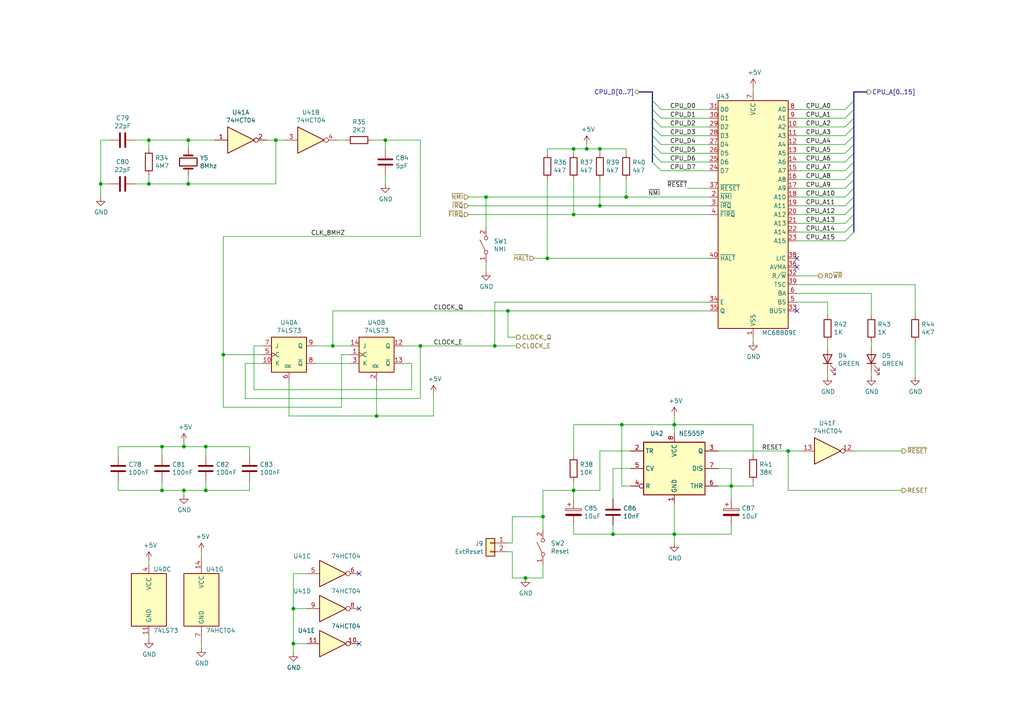
<source format=kicad_sch>
(kicad_sch (version 20211123) (generator eeschema)
  (paper "A4")
  (title_block (title "Y Ddraig Fechan") (company "Stephen Moody"))
  (lib_symbols
    (symbol "74xx:74HCT04"
      (property "Reference" "U" (at 0 1.27 0))
      (property "Value" "74HCT04" (at 0 -1.27 0))
      (symbol "74HCT04_1_0"
        (polyline (pts (xy -3.81 3.81) (xy -3.81 -3.81) (xy 3.81 0) (xy -3.81 3.81)) (stroke (width 0.254)) (fill (type background)))
        (pin input line (at -7.62 0 0) (length 3.81) (name "~") (number "1"))
        (pin output inverted (at 7.62 0 180) (length 3.81) (name "~") (number "2"))
      )
      (symbol "74HCT04_2_0"
        (polyline (pts (xy -3.81 3.81) (xy -3.81 -3.81) (xy 3.81 0) (xy -3.81 3.81)) (stroke (width 0.254)) (fill (type background)))
        (pin input line (at -7.62 0 0) (length 3.81) (name "~") (number "3"))
        (pin output inverted (at 7.62 0 180) (length 3.81) (name "~") (number "4"))
      )
      (symbol "74HCT04_3_0"
        (polyline (pts (xy -3.81 3.81) (xy -3.81 -3.81) (xy 3.81 0) (xy -3.81 3.81)) (stroke (width 0.254)) (fill (type background)))
        (pin input line (at -7.62 0 0) (length 3.81) (name "~") (number "5"))
        (pin output inverted (at 7.62 0 180) (length 3.81) (name "~") (number "6"))
      )
      (symbol "74HCT04_4_0"
        (polyline (pts (xy -3.81 3.81) (xy -3.81 -3.81) (xy 3.81 0) (xy -3.81 3.81)) (stroke (width 0.254)) (fill (type background)))
        (pin output inverted (at 7.62 0 180) (length 3.81) (name "~") (number "8"))
        (pin input line (at -7.62 0 0) (length 3.81) (name "~") (number "9"))
      )
      (symbol "74HCT04_5_0"
        (polyline (pts (xy -3.81 3.81) (xy -3.81 -3.81) (xy 3.81 0) (xy -3.81 3.81)) (stroke (width 0.254)) (fill (type background)))
        (pin output inverted (at 7.62 0 180) (length 3.81) (name "~") (number "10"))
        (pin input line (at -7.62 0 0) (length 3.81) (name "~") (number "11"))
      )
      (symbol "74HCT04_6_0"
        (polyline (pts (xy -3.81 3.81) (xy -3.81 -3.81) (xy 3.81 0) (xy -3.81 3.81)) (stroke (width 0.254)) (fill (type background)))
        (pin output inverted (at 7.62 0 180) (length 3.81) (name "~") (number "12"))
        (pin input line (at -7.62 0 0) (length 3.81) (name "~") (number "13"))
      )
      (symbol "74HCT04_7_0"
        (pin power_in line (at 0 12.7 270) (length 5.08) (name "VCC") (number "14"))
        (pin power_in line (at 0 -12.7 90) (length 5.08) (name "GND") (number "7"))
      )
      (symbol "74HCT04_7_1"
        (rectangle (start -5.08 7.62) (end 5.08 -7.62) (stroke (width 0.254)) (fill (type background)))
      )
    )
    (symbol "74xx:74LS73" (pin_names (offset 1.016))
      (property "Reference" "U" (at -7.62 8.89 0))
      (property "Value" "74LS73" (at -7.62 -8.89 0))
      (symbol "74LS73_1_0"
        (pin input line (at -7.62 -2.54 0) (length 2.54) (name "K") (number "10"))
        (pin input clock (at -7.62 0 0) (length 2.54) (name "C") (number "5"))
        (pin input line (at 0 -7.62 90) (length 2.54) (name "~{R}") (number "6"))
        (pin input line (at -7.62 2.54 0) (length 2.54) (name "J") (number "7"))
        (pin output line (at 7.62 -2.54 180) (length 2.54) (name "~{Q}") (number "8"))
        (pin output line (at 7.62 2.54 180) (length 2.54) (name "Q") (number "9"))
      )
      (symbol "74LS73_1_1"
        (rectangle (start -5.08 5.08) (end 5.08 -5.08) (stroke (width 0.254)) (fill (type background)))
      )
      (symbol "74LS73_2_0"
        (pin input clock (at -7.62 0 0) (length 2.54) (name "C") (number "1"))
        (pin output line (at 7.62 2.54 180) (length 2.54) (name "Q") (number "12"))
        (pin output line (at 7.62 -2.54 180) (length 2.54) (name "~{Q}") (number "13"))
        (pin input line (at -7.62 2.54 0) (length 2.54) (name "J") (number "14"))
        (pin input line (at 0 -7.62 90) (length 2.54) (name "~{R}") (number "2"))
        (pin input line (at -7.62 -2.54 0) (length 2.54) (name "K") (number "3"))
      )
      (symbol "74LS73_2_1"
        (rectangle (start -5.08 5.08) (end 5.08 -5.08) (stroke (width 0.254)) (fill (type background)))
      )
      (symbol "74LS73_3_0"
        (pin power_in line (at 0 -10.16 90) (length 2.54) (name "GND") (number "11"))
        (pin power_in line (at 0 10.16 270) (length 2.54) (name "VCC") (number "4"))
      )
      (symbol "74LS73_3_1"
        (rectangle (start -5.08 7.62) (end 5.08 -7.62) (stroke (width 0.254)) (fill (type background)))
      )
    )
    (symbol "CPU_NXP_6800:MC68B09E"
      (property "Reference" "U" (at -7.62 34.544 0))
      (property "Value" "MC68B09E" (at 10.16 34.544 0))
      (symbol "MC68B09E_0_1"
        (rectangle (start -10.16 -33.02) (end 10.16 33.02) (stroke (width 0.254)) (fill (type background)))
      )
      (symbol "MC68B09E_1_1"
        (pin power_in line (at 0 -35.56 90) (length 2.54) (name "VSS") (number "1"))
        (pin output line (at 12.7 25.4 180) (length 2.54) (name "A2") (number "10"))
        (pin output line (at 12.7 22.86 180) (length 2.54) (name "A3") (number "11"))
        (pin output line (at 12.7 20.32 180) (length 2.54) (name "A4") (number "12"))
        (pin output line (at 12.7 17.78 180) (length 2.54) (name "A5") (number "13"))
        (pin output line (at 12.7 15.24 180) (length 2.54) (name "A6") (number "14"))
        (pin output line (at 12.7 12.7 180) (length 2.54) (name "A7") (number "15"))
        (pin output line (at 12.7 10.16 180) (length 2.54) (name "A8") (number "16"))
        (pin output line (at 12.7 7.62 180) (length 2.54) (name "A9") (number "17"))
        (pin output line (at 12.7 5.08 180) (length 2.54) (name "A10") (number "18"))
        (pin output line (at 12.7 2.54 180) (length 2.54) (name "A11") (number "19"))
        (pin input line (at -12.7 5.08 0) (length 2.54) (name "~{NMI}") (number "2"))
        (pin output line (at 12.7 0 180) (length 2.54) (name "A12") (number "20"))
        (pin output line (at 12.7 -2.54 180) (length 2.54) (name "A13") (number "21"))
        (pin output line (at 12.7 -5.08 180) (length 2.54) (name "A14") (number "22"))
        (pin output line (at 12.7 -7.62 180) (length 2.54) (name "A15") (number "23"))
        (pin bidirectional line (at -12.7 12.7 0) (length 2.54) (name "D7") (number "24"))
        (pin bidirectional line (at -12.7 15.24 0) (length 2.54) (name "D6") (number "25"))
        (pin bidirectional line (at -12.7 17.78 0) (length 2.54) (name "D5") (number "26"))
        (pin bidirectional line (at -12.7 20.32 0) (length 2.54) (name "D4") (number "27"))
        (pin bidirectional line (at -12.7 22.86 0) (length 2.54) (name "D3") (number "28"))
        (pin bidirectional line (at -12.7 25.4 0) (length 2.54) (name "D2") (number "29"))
        (pin input line (at -12.7 2.54 0) (length 2.54) (name "~{IRQ}") (number "3"))
        (pin bidirectional line (at -12.7 27.94 0) (length 2.54) (name "D1") (number "30"))
        (pin bidirectional line (at -12.7 30.48 0) (length 2.54) (name "D0") (number "31"))
        (pin output line (at 12.7 -17.78 180) (length 2.54) (name "R/~{W}") (number "32"))
        (pin output line (at 12.7 -27.94 180) (length 2.54) (name "BUSY") (number "33"))
        (pin input line (at -12.7 -25.4 0) (length 2.54) (name "E") (number "34"))
        (pin input line (at -12.7 -27.94 0) (length 2.54) (name "Q") (number "35"))
        (pin output line (at 12.7 -15.24 180) (length 2.54) (name "AVMA") (number "36"))
        (pin input line (at -12.7 7.62 0) (length 2.54) (name "~{RESET}") (number "37"))
        (pin output line (at 12.7 -12.7 180) (length 2.54) (name "LIC") (number "38"))
        (pin output line (at 12.7 -20.32 180) (length 2.54) (name "TSC") (number "39"))
        (pin input line (at -12.7 0 0) (length 2.54) (name "~{FIRQ}") (number "4"))
        (pin input line (at -12.7 -12.7 0) (length 2.54) (name "~{HALT}") (number "40"))
        (pin output line (at 12.7 -25.4 180) (length 2.54) (name "BS") (number "5"))
        (pin output line (at 12.7 -22.86 180) (length 2.54) (name "BA") (number "6"))
        (pin power_in line (at 0 35.56 270) (length 2.54) (name "VCC") (number "7"))
        (pin output line (at 12.7 30.48 180) (length 2.54) (name "A0") (number "8"))
        (pin output line (at 12.7 27.94 180) (length 2.54) (name "A1") (number "9"))
      )
    )
    (symbol "Connector_Generic:Conn_01x02" (pin_names (offset 1.016) hide)
      (property "Reference" "J" (at 0 2.54 0))
      (property "Value" "Conn_01x02" (at 0 -5.08 0))
      (symbol "Conn_01x02_1_1"
        (rectangle (start -1.27 -2.413) (end 0 -2.667) (stroke (width 0.1524)))
        (rectangle (start -1.27 0.127) (end 0 -0.127) (stroke (width 0.1524)))
        (rectangle (start -1.27 1.27) (end 1.27 -3.81) (stroke (width 0.254)) (fill (type background)))
        (pin passive line (at -5.08 0 0) (length 3.81) (name "Pin_1") (number "1"))
        (pin passive line (at -5.08 -2.54 0) (length 3.81) (name "Pin_2") (number "2"))
      )
    )
    (symbol "Device:C" (pin_numbers hide) (pin_names (offset 0.254))
      (property "Reference" "C" (at 0.635 2.54 0))
      (property "Value" "C" (at 0.635 -2.54 0))
      (symbol "C_0_1"
        (polyline (pts (xy -2.032 -0.762) (xy 2.032 -0.762)) (stroke (width 0.508)))
        (polyline (pts (xy -2.032 0.762) (xy 2.032 0.762)) (stroke (width 0.508)))
      )
      (symbol "C_1_1"
        (pin passive line (at 0 3.81 270) (length 2.794) (name "~") (number "1"))
        (pin passive line (at 0 -3.81 90) (length 2.794) (name "~") (number "2"))
      )
    )
    (symbol "Device:C_Polarized" (pin_numbers hide) (pin_names (offset 0.254))
      (property "Reference" "C" (at 0.635 2.54 0))
      (property "Value" "C_Polarized" (at 0.635 -2.54 0))
      (symbol "C_Polarized_0_1"
        (rectangle (start -2.286 0.508) (end 2.286 1.016))
        (polyline (pts (xy -1.778 2.286) (xy -0.762 2.286)))
        (polyline (pts (xy -1.27 2.794) (xy -1.27 1.778)))
        (rectangle (start 2.286 -0.508) (end -2.286 -1.016) (fill (type outline)))
      )
      (symbol "C_Polarized_1_1"
        (pin passive line (at 0 3.81 270) (length 2.794) (name "~") (number "1"))
        (pin passive line (at 0 -3.81 90) (length 2.794) (name "~") (number "2"))
      )
    )
    (symbol "Device:Crystal" (pin_numbers hide) (pin_names (offset 1.016) hide)
      (property "Reference" "Y" (at 0 3.81 0))
      (property "Value" "Crystal" (at 0 -3.81 0))
      (symbol "Crystal_0_1"
        (rectangle (start -1.143 2.54) (end 1.143 -2.54) (stroke (width 0.3048)))
        (polyline (pts (xy -2.54 0) (xy -1.905 0)))
        (polyline (pts (xy -1.905 -1.27) (xy -1.905 1.27)) (stroke (width 0.508)))
        (polyline (pts (xy 1.905 -1.27) (xy 1.905 1.27)) (stroke (width 0.508)))
        (polyline (pts (xy 2.54 0) (xy 1.905 0)))
      )
      (symbol "Crystal_1_1"
        (pin passive line (at -3.81 0 0) (length 1.27) (name "1") (number "1"))
        (pin passive line (at 3.81 0 180) (length 1.27) (name "2") (number "2"))
      )
    )
    (symbol "Device:LED" (pin_numbers hide) (pin_names (offset 1.016) hide)
      (property "Reference" "D" (at 0 2.54 0))
      (property "Value" "LED" (at 0 -2.54 0))
      (symbol "LED_0_1"
        (polyline (pts (xy -1.27 -1.27) (xy -1.27 1.27)) (stroke (width 0.254)))
        (polyline (pts (xy -1.27 0) (xy 1.27 0)))
        (polyline (pts (xy 1.27 -1.27) (xy 1.27 1.27) (xy -1.27 0) (xy 1.27 -1.27)) (stroke (width 0.254)))
        (polyline (pts (xy -3.048 -0.762) (xy -4.572 -2.286) (xy -3.81 -2.286) (xy -4.572 -2.286) (xy -4.572 -1.524)))
        (polyline (pts (xy -1.778 -0.762) (xy -3.302 -2.286) (xy -2.54 -2.286) (xy -3.302 -2.286) (xy -3.302 -1.524)))
      )
      (symbol "LED_1_1"
        (pin passive line (at -3.81 0 0) (length 2.54) (name "K") (number "1"))
        (pin passive line (at 3.81 0 180) (length 2.54) (name "A") (number "2"))
      )
    )
    (symbol "Device:R" (pin_numbers hide) (pin_names (offset 0))
      (property "Reference" "R" (at 2.032 0 90))
      (property "Value" "R" (at 0 0 90))
      (symbol "R_0_1"
        (rectangle (start -1.016 -2.54) (end 1.016 2.54) (stroke (width 0.254)))
      )
      (symbol "R_1_1"
        (pin passive line (at 0 3.81 270) (length 1.27) (name "~") (number "1"))
        (pin passive line (at 0 -3.81 90) (length 1.27) (name "~") (number "2"))
      )
    )
    (symbol "Switch:SW_SPST" (pin_names (offset 0) hide)
      (property "Reference" "SW" (at 0 3.175 0))
      (property "Value" "SW_SPST" (at 0 -2.54 0))
      (symbol "SW_SPST_0_0"
        (circle (center -2.032 0) (radius 0.508))
        (polyline (pts (xy -1.524 0.254) (xy 1.524 1.778)))
        (circle (center 2.032 0) (radius 0.508))
      )
      (symbol "SW_SPST_1_1"
        (pin passive line (at -5.08 0 0) (length 2.54) (name "A") (number "1"))
        (pin passive line (at 5.08 0 180) (length 2.54) (name "B") (number "2"))
      )
    )
    (symbol "Timer:NE555P"
      (property "Reference" "U" (at -10.16 8.89 0))
      (property "Value" "NE555P" (at 2.54 8.89 0))
      (symbol "NE555P_0_0"
        (pin power_in line (at 0 -10.16 90) (length 2.54) (name "GND") (number "1"))
        (pin power_in line (at 0 10.16 270) (length 2.54) (name "VCC") (number "8"))
      )
      (symbol "NE555P_0_1"
        (rectangle (start -8.89 -7.62) (end 8.89 7.62) (stroke (width 0.254)) (fill (type background)))
        (rectangle (start -8.89 -7.62) (end 8.89 7.62) (stroke (width 0.254)) (fill (type background)))
      )
      (symbol "NE555P_1_1"
        (pin input line (at -12.7 5.08 0) (length 3.81) (name "TR") (number "2"))
        (pin output line (at 12.7 5.08 180) (length 3.81) (name "Q") (number "3"))
        (pin input inverted (at -12.7 -5.08 0) (length 3.81) (name "R") (number "4"))
        (pin input line (at -12.7 0 0) (length 3.81) (name "CV") (number "5"))
        (pin input line (at 12.7 -5.08 180) (length 3.81) (name "THR") (number "6"))
        (pin input line (at 12.7 0 180) (length 3.81) (name "DIS") (number "7"))
      )
    )
    (symbol "power:+5V" (power) (pin_names (offset 0))
      (property "Value" "+5V" (at 0 3.556 0))
      (symbol "+5V_0_1"
        (polyline (pts (xy -0.762 1.27) (xy 0 2.54)))
        (polyline (pts (xy 0 0) (xy 0 2.54)))
        (polyline (pts (xy 0 2.54) (xy 0.762 1.27)))
      )
      (symbol "+5V_1_1"
        (pin power_in line (at 0 0 90) (length 0) hide (name "+5V") (number "1"))
      )
    )
    (symbol "power:GND" (power) (pin_names (offset 0))
      (property "Value" "GND" (at 0 -3.81 0))
      (symbol "GND_0_1"
        (polyline (pts (xy 0 0) (xy 0 -1.27) (xy 1.27 -1.27) (xy 0 -2.54) (xy -1.27 -1.27) (xy 0 -1.27)))
      )
      (symbol "GND_1_1"
        (pin power_in line (at 0 0 270) (length 0) hide (name "GND") (number "1"))
      )
    )
  )
  (junction (at 121.92 100.33))
  (junction (at 111.76 40.64))
  (junction (at 166.37 43.18))
  (junction (at 143.51 100.33))
  (junction (at 53.34 142.24))
  (junction (at 96.52 100.33))
  (junction (at 181.61 57.15))
  (junction (at 173.99 43.18))
  (junction (at 166.37 62.23))
  (junction (at 152.4 167.64))
  (junction (at 173.99 59.69))
  (junction (at 147.32 90.17))
  (junction (at 166.37 142.24))
  (junction (at 85.09 186.69))
  (junction (at 80.01 40.64))
  (junction (at 54.61 40.64))
  (junction (at 29.21 53.34))
  (junction (at 140.97 57.15))
  (junction (at 158.75 74.93))
  (junction (at 109.22 120.65))
  (junction (at 228.6 130.81))
  (junction (at 212.09 140.97))
  (junction (at 43.18 40.64))
  (junction (at 177.8 154.94))
  (junction (at 180.34 123.19))
  (junction (at 157.48 149.86))
  (junction (at 85.09 176.53))
  (junction (at 59.69 129.54))
  (junction (at 170.18 43.18))
  (junction (at 53.34 129.54))
  (junction (at 195.58 154.94))
  (junction (at 54.61 53.34))
  (junction (at 46.99 142.24))
  (junction (at 46.99 129.54))
  (junction (at 195.58 123.19))
  (junction (at 59.69 142.24))
  (junction (at 43.18 53.34))
  (junction (at 64.77 102.87))
  (no_connect (at 104.14 166.37))
  (no_connect (at 231.14 77.47))
  (no_connect (at 231.14 74.93))
  (no_connect (at 104.14 176.53))
  (no_connect (at 104.14 186.69))
  (no_connect (at 231.14 90.17))
  (bus_entry (at 189.23 31.75) (size 2.54 2.54))
  (bus_entry (at 247.65 46.99) (size -2.54 2.54))
  (bus_entry (at 189.23 39.37) (size 2.54 2.54))
  (bus_entry (at 247.65 64.77) (size -2.54 2.54))
  (bus_entry (at 247.65 34.29) (size -2.54 2.54))
  (bus_entry (at 247.65 44.45) (size -2.54 2.54))
  (bus_entry (at 247.65 52.07) (size -2.54 2.54))
  (bus_entry (at 247.65 59.69) (size -2.54 2.54))
  (bus_entry (at 247.65 36.83) (size -2.54 2.54))
  (bus_entry (at 189.23 36.83) (size 2.54 2.54))
  (bus_entry (at 247.65 41.91) (size -2.54 2.54))
  (bus_entry (at 189.23 29.21) (size 2.54 2.54))
  (bus_entry (at 247.65 67.31) (size -2.54 2.54))
  (bus_entry (at 189.23 46.99) (size 2.54 2.54))
  (bus_entry (at 247.65 54.61) (size -2.54 2.54))
  (bus_entry (at 247.65 39.37) (size -2.54 2.54))
  (bus_entry (at 247.65 62.23) (size -2.54 2.54))
  (bus_entry (at 247.65 49.53) (size -2.54 2.54))
  (bus_entry (at 247.65 29.21) (size -2.54 2.54))
  (bus_entry (at 247.65 57.15) (size -2.54 2.54))
  (bus_entry (at 189.23 34.29) (size 2.54 2.54))
  (bus_entry (at 189.23 44.45) (size 2.54 2.54))
  (bus_entry (at 189.23 41.91) (size 2.54 2.54))
  (bus_entry (at 247.65 31.75) (size -2.54 2.54))
  (wire (pts (xy 101.6 105.41) (xy 91.44 105.41)))
  (wire (pts (xy 109.22 110.49) (xy 109.22 120.65)))
  (wire (pts (xy 231.14 80.01) (xy 237.49 80.01)))
  (bus (pts (xy 247.65 39.37) (xy 247.65 41.91)))
  (wire (pts (xy 177.8 152.4) (xy 177.8 154.94)))
  (wire (pts (xy 58.42 160.02) (xy 58.42 161.29)))
  (wire (pts (xy 252.73 109.22) (xy 252.73 107.95)))
  (wire (pts (xy 158.75 43.18) (xy 158.75 44.45)))
  (wire (pts (xy 111.76 50.8) (xy 111.76 53.34)))
  (wire (pts (xy 228.6 130.81) (xy 232.41 130.81)))
  (wire (pts (xy 166.37 142.24) (xy 157.48 142.24)))
  (wire (pts (xy 121.92 115.57) (xy 71.12 115.57)))
  (wire (pts (xy 59.69 139.7) (xy 59.69 142.24)))
  (wire (pts (xy 199.39 54.61) (xy 205.74 54.61)))
  (wire (pts (xy 218.44 140.97) (xy 218.44 139.7)))
  (wire (pts (xy 149.86 97.79) (xy 147.32 97.79)))
  (wire (pts (xy 166.37 123.19) (xy 166.37 132.08)))
  (wire (pts (xy 125.73 120.65) (xy 125.73 114.3)))
  (wire (pts (xy 34.29 139.7) (xy 34.29 142.24)))
  (wire (pts (xy 119.38 113.03) (xy 73.66 113.03)))
  (bus (pts (xy 189.23 31.75) (xy 189.23 34.29)))
  (wire (pts (xy 252.73 100.33) (xy 252.73 99.06)))
  (bus (pts (xy 247.65 54.61) (xy 247.65 57.15)))
  (wire (pts (xy 195.58 154.94) (xy 212.09 154.94)))
  (wire (pts (xy 43.18 43.18) (xy 43.18 40.64)))
  (wire (pts (xy 85.09 166.37) (xy 88.9 166.37)))
  (wire (pts (xy 119.38 105.41) (xy 119.38 113.03)))
  (wire (pts (xy 73.66 100.33) (xy 73.66 113.03)))
  (bus (pts (xy 189.23 26.67) (xy 189.23 29.21)))
  (wire (pts (xy 218.44 25.4) (xy 218.44 26.67)))
  (wire (pts (xy 170.18 43.18) (xy 166.37 43.18)))
  (wire (pts (xy 218.44 97.79) (xy 218.44 99.06)))
  (bus (pts (xy 247.65 36.83) (xy 247.65 39.37)))
  (wire (pts (xy 54.61 53.34) (xy 54.61 50.8)))
  (wire (pts (xy 195.58 123.19) (xy 218.44 123.19)))
  (bus (pts (xy 247.65 41.91) (xy 247.65 44.45)))
  (wire (pts (xy 158.75 52.07) (xy 158.75 74.93)))
  (wire (pts (xy 195.58 120.65) (xy 195.58 123.19)))
  (wire (pts (xy 182.88 140.97) (xy 180.34 140.97)))
  (wire (pts (xy 180.34 123.19) (xy 195.58 123.19)))
  (wire (pts (xy 173.99 59.69) (xy 135.89 59.69)))
  (wire (pts (xy 191.77 31.75) (xy 205.74 31.75)))
  (wire (pts (xy 53.34 142.24) (xy 59.69 142.24)))
  (wire (pts (xy 43.18 162.56) (xy 43.18 163.83)))
  (bus (pts (xy 247.65 26.67) (xy 247.65 29.21)))
  (wire (pts (xy 252.73 91.44) (xy 252.73 85.09)))
  (wire (pts (xy 54.61 53.34) (xy 80.01 53.34)))
  (bus (pts (xy 247.65 59.69) (xy 247.65 62.23)))
  (wire (pts (xy 180.34 140.97) (xy 180.34 123.19)))
  (wire (pts (xy 245.11 57.15) (xy 231.14 57.15)))
  (wire (pts (xy 245.11 67.31) (xy 231.14 67.31)))
  (wire (pts (xy 43.18 184.15) (xy 43.18 185.42)))
  (wire (pts (xy 166.37 123.19) (xy 180.34 123.19)))
  (wire (pts (xy 240.03 91.44) (xy 240.03 87.63)))
  (wire (pts (xy 182.88 135.89) (xy 177.8 135.89)))
  (wire (pts (xy 71.12 105.41) (xy 76.2 105.41)))
  (wire (pts (xy 99.06 118.11) (xy 99.06 102.87)))
  (wire (pts (xy 99.06 102.87) (xy 101.6 102.87)))
  (bus (pts (xy 247.65 31.75) (xy 247.65 34.29)))
  (wire (pts (xy 212.09 135.89) (xy 212.09 140.97)))
  (wire (pts (xy 157.48 142.24) (xy 157.48 149.86)))
  (wire (pts (xy 34.29 142.24) (xy 46.99 142.24)))
  (wire (pts (xy 205.74 74.93) (xy 158.75 74.93)))
  (wire (pts (xy 149.86 100.33) (xy 143.51 100.33)))
  (wire (pts (xy 64.77 118.11) (xy 99.06 118.11)))
  (wire (pts (xy 46.99 142.24) (xy 53.34 142.24)))
  (wire (pts (xy 34.29 129.54) (xy 46.99 129.54)))
  (wire (pts (xy 191.77 34.29) (xy 205.74 34.29)))
  (wire (pts (xy 88.9 186.69) (xy 85.09 186.69)))
  (wire (pts (xy 121.92 100.33) (xy 143.51 100.33)))
  (wire (pts (xy 191.77 39.37) (xy 205.74 39.37)))
  (wire (pts (xy 91.44 100.33) (xy 96.52 100.33)))
  (wire (pts (xy 46.99 129.54) (xy 53.34 129.54)))
  (bus (pts (xy 247.65 44.45) (xy 247.65 46.99)))
  (wire (pts (xy 191.77 44.45) (xy 205.74 44.45)))
  (wire (pts (xy 85.09 189.23) (xy 85.09 186.69)))
  (wire (pts (xy 97.79 40.64) (xy 100.33 40.64)))
  (wire (pts (xy 148.59 167.64) (xy 152.4 167.64)))
  (wire (pts (xy 116.84 100.33) (xy 121.92 100.33)))
  (wire (pts (xy 245.11 41.91) (xy 231.14 41.91)))
  (wire (pts (xy 177.8 154.94) (xy 166.37 154.94)))
  (wire (pts (xy 231.14 87.63) (xy 240.03 87.63)))
  (wire (pts (xy 72.39 142.24) (xy 72.39 139.7)))
  (wire (pts (xy 58.42 186.69) (xy 58.42 187.96)))
  (wire (pts (xy 252.73 85.09) (xy 231.14 85.09)))
  (bus (pts (xy 247.65 46.99) (xy 247.65 49.53)))
  (wire (pts (xy 245.11 46.99) (xy 231.14 46.99)))
  (wire (pts (xy 39.37 53.34) (xy 43.18 53.34)))
  (wire (pts (xy 181.61 57.15) (xy 181.61 52.07)))
  (wire (pts (xy 205.74 59.69) (xy 173.99 59.69)))
  (wire (pts (xy 231.14 54.61) (xy 245.11 54.61)))
  (wire (pts (xy 228.6 142.24) (xy 228.6 130.81)))
  (wire (pts (xy 212.09 140.97) (xy 218.44 140.97)))
  (bus (pts (xy 189.23 29.21) (xy 189.23 31.75)))
  (wire (pts (xy 195.58 123.19) (xy 195.58 125.73)))
  (wire (pts (xy 181.61 43.18) (xy 173.99 43.18)))
  (bus (pts (xy 247.65 57.15) (xy 247.65 59.69)))
  (wire (pts (xy 147.32 97.79) (xy 147.32 90.17)))
  (wire (pts (xy 245.11 36.83) (xy 231.14 36.83)))
  (wire (pts (xy 208.28 135.89) (xy 212.09 135.89)))
  (bus (pts (xy 189.23 41.91) (xy 189.23 44.45)))
  (wire (pts (xy 208.28 140.97) (xy 212.09 140.97)))
  (wire (pts (xy 59.69 142.24) (xy 72.39 142.24)))
  (wire (pts (xy 166.37 43.18) (xy 158.75 43.18)))
  (bus (pts (xy 189.23 36.83) (xy 189.23 39.37)))
  (wire (pts (xy 245.11 52.07) (xy 231.14 52.07)))
  (wire (pts (xy 166.37 142.24) (xy 166.37 144.78)))
  (wire (pts (xy 76.2 102.87) (xy 64.77 102.87)))
  (wire (pts (xy 173.99 59.69) (xy 173.99 52.07)))
  (bus (pts (xy 189.23 34.29) (xy 189.23 36.83)))
  (wire (pts (xy 240.03 109.22) (xy 240.03 107.95)))
  (wire (pts (xy 191.77 41.91) (xy 205.74 41.91)))
  (wire (pts (xy 121.92 40.64) (xy 121.92 68.58)))
  (wire (pts (xy 72.39 129.54) (xy 72.39 132.08)))
  (wire (pts (xy 147.32 160.02) (xy 148.59 160.02)))
  (wire (pts (xy 96.52 90.17) (xy 147.32 90.17)))
  (wire (pts (xy 265.43 91.44) (xy 265.43 82.55)))
  (wire (pts (xy 121.92 100.33) (xy 121.92 115.57)))
  (wire (pts (xy 173.99 44.45) (xy 173.99 43.18)))
  (wire (pts (xy 173.99 142.24) (xy 166.37 142.24)))
  (wire (pts (xy 96.52 90.17) (xy 96.52 100.33)))
  (wire (pts (xy 166.37 154.94) (xy 166.37 152.4)))
  (wire (pts (xy 245.11 49.53) (xy 231.14 49.53)))
  (bus (pts (xy 189.23 44.45) (xy 189.23 46.99)))
  (wire (pts (xy 43.18 50.8) (xy 43.18 53.34)))
  (wire (pts (xy 59.69 129.54) (xy 72.39 129.54)))
  (wire (pts (xy 83.82 120.65) (xy 83.82 110.49)))
  (wire (pts (xy 157.48 167.64) (xy 152.4 167.64)))
  (wire (pts (xy 208.28 130.81) (xy 228.6 130.81)))
  (wire (pts (xy 54.61 40.64) (xy 62.23 40.64)))
  (wire (pts (xy 29.21 40.64) (xy 31.75 40.64)))
  (bus (pts (xy 189.23 39.37) (xy 189.23 41.91)))
  (wire (pts (xy 148.59 149.86) (xy 157.48 149.86)))
  (wire (pts (xy 46.99 139.7) (xy 46.99 142.24)))
  (wire (pts (xy 109.22 120.65) (xy 83.82 120.65)))
  (wire (pts (xy 59.69 132.08) (xy 59.69 129.54)))
  (wire (pts (xy 173.99 43.18) (xy 170.18 43.18)))
  (wire (pts (xy 43.18 40.64) (xy 54.61 40.64)))
  (wire (pts (xy 195.58 154.94) (xy 195.58 157.48)))
  (wire (pts (xy 53.34 129.54) (xy 59.69 129.54)))
  (wire (pts (xy 140.97 57.15) (xy 135.89 57.15)))
  (wire (pts (xy 143.51 100.33) (xy 143.51 87.63)))
  (wire (pts (xy 111.76 40.64) (xy 121.92 40.64)))
  (wire (pts (xy 205.74 62.23) (xy 166.37 62.23)))
  (wire (pts (xy 147.32 90.17) (xy 205.74 90.17)))
  (wire (pts (xy 121.92 68.58) (xy 64.77 68.58)))
  (wire (pts (xy 170.18 41.91) (xy 170.18 43.18)))
  (wire (pts (xy 173.99 130.81) (xy 173.99 142.24)))
  (wire (pts (xy 157.48 163.83) (xy 157.48 167.64)))
  (wire (pts (xy 182.88 130.81) (xy 173.99 130.81)))
  (wire (pts (xy 177.8 135.89) (xy 177.8 144.78)))
  (wire (pts (xy 116.84 105.41) (xy 119.38 105.41)))
  (wire (pts (xy 46.99 132.08) (xy 46.99 129.54)))
  (wire (pts (xy 80.01 40.64) (xy 82.55 40.64)))
  (wire (pts (xy 31.75 53.34) (xy 29.21 53.34)))
  (bus (pts (xy 247.65 62.23) (xy 247.65 64.77)))
  (wire (pts (xy 148.59 160.02) (xy 148.59 167.64)))
  (wire (pts (xy 64.77 102.87) (xy 64.77 118.11)))
  (wire (pts (xy 205.74 57.15) (xy 181.61 57.15)))
  (wire (pts (xy 245.11 69.85) (xy 231.14 69.85)))
  (wire (pts (xy 54.61 43.18) (xy 54.61 40.64)))
  (wire (pts (xy 80.01 53.34) (xy 80.01 40.64)))
  (wire (pts (xy 231.14 34.29) (xy 245.11 34.29)))
  (wire (pts (xy 157.48 153.67) (xy 157.48 149.86)))
  (wire (pts (xy 96.52 100.33) (xy 101.6 100.33)))
  (wire (pts (xy 158.75 74.93) (xy 154.94 74.93)))
  (wire (pts (xy 29.21 57.15) (xy 29.21 53.34)))
  (wire (pts (xy 73.66 100.33) (xy 76.2 100.33)))
  (wire (pts (xy 71.12 115.57) (xy 71.12 105.41)))
  (wire (pts (xy 231.14 64.77) (xy 245.11 64.77)))
  (wire (pts (xy 135.89 62.23) (xy 166.37 62.23)))
  (wire (pts (xy 85.09 186.69) (xy 85.09 176.53)))
  (wire (pts (xy 39.37 40.64) (xy 43.18 40.64)))
  (bus (pts (xy 251.46 26.67) (xy 247.65 26.67)))
  (wire (pts (xy 212.09 154.94) (xy 212.09 152.4)))
  (wire (pts (xy 166.37 62.23) (xy 166.37 52.07)))
  (wire (pts (xy 43.18 53.34) (xy 54.61 53.34)))
  (wire (pts (xy 231.14 39.37) (xy 245.11 39.37)))
  (wire (pts (xy 212.09 140.97) (xy 212.09 144.78)))
  (wire (pts (xy 245.11 62.23) (xy 231.14 62.23)))
  (wire (pts (xy 53.34 143.51) (xy 53.34 142.24)))
  (wire (pts (xy 231.14 82.55) (xy 265.43 82.55)))
  (wire (pts (xy 111.76 43.18) (xy 111.76 40.64)))
  (wire (pts (xy 29.21 40.64) (xy 29.21 53.34)))
  (wire (pts (xy 231.14 59.69) (xy 245.11 59.69)))
  (wire (pts (xy 166.37 139.7) (xy 166.37 142.24)))
  (wire (pts (xy 166.37 44.45) (xy 166.37 43.18)))
  (wire (pts (xy 195.58 154.94) (xy 195.58 146.05)))
  (wire (pts (xy 107.95 40.64) (xy 111.76 40.64)))
  (wire (pts (xy 240.03 100.33) (xy 240.03 99.06)))
  (wire (pts (xy 88.9 176.53) (xy 85.09 176.53)))
  (wire (pts (xy 140.97 78.74) (xy 140.97 76.2)))
  (wire (pts (xy 53.34 128.27) (xy 53.34 129.54)))
  (wire (pts (xy 218.44 123.19) (xy 218.44 132.08)))
  (wire (pts (xy 265.43 109.22) (xy 265.43 99.06)))
  (wire (pts (xy 64.77 68.58) (xy 64.77 102.87)))
  (bus (pts (xy 247.65 29.21) (xy 247.65 31.75)))
  (wire (pts (xy 147.32 157.48) (xy 148.59 157.48)))
  (wire (pts (xy 191.77 46.99) (xy 205.74 46.99)))
  (wire (pts (xy 228.6 142.24) (xy 261.62 142.24)))
  (wire (pts (xy 191.77 49.53) (xy 205.74 49.53)))
  (wire (pts (xy 77.47 40.64) (xy 80.01 40.64)))
  (bus (pts (xy 247.65 52.07) (xy 247.65 54.61)))
  (wire (pts (xy 143.51 87.63) (xy 205.74 87.63)))
  (wire (pts (xy 140.97 66.04) (xy 140.97 57.15)))
  (wire (pts (xy 177.8 154.94) (xy 195.58 154.94)))
  (bus (pts (xy 247.65 49.53) (xy 247.65 52.07)))
  (bus (pts (xy 247.65 34.29) (xy 247.65 36.83)))
  (wire (pts (xy 85.09 176.53) (xy 85.09 166.37)))
  (wire (pts (xy 247.65 130.81) (xy 261.62 130.81)))
  (wire (pts (xy 231.14 44.45) (xy 245.11 44.45)))
  (wire (pts (xy 148.59 157.48) (xy 148.59 149.86)))
  (bus (pts (xy 247.65 64.77) (xy 247.65 67.31)))
  (wire (pts (xy 109.22 120.65) (xy 125.73 120.65)))
  (bus (pts (xy 189.23 26.67) (xy 185.42 26.67)))
  (wire (pts (xy 140.97 57.15) (xy 181.61 57.15)))
  (wire (pts (xy 231.14 31.75) (xy 245.11 31.75)))
  (wire (pts (xy 191.77 36.83) (xy 205.74 36.83)))
  (wire (pts (xy 181.61 44.45) (xy 181.61 43.18)))
  (wire (pts (xy 34.29 132.08) (xy 34.29 129.54)))
  (label "CPU_D4" (at 194.31 41.91 0))
  (label "CPU_A6" (at 233.68 46.99 0))
  (label "CPU_D3" (at 194.31 39.37 0))
  (label "CLOCK_E" (at 125.73 100.33 0))
  (label "CPU_A15" (at 233.68 69.85 0))
  (label "CPU_A0" (at 233.68 31.75 0))
  (label "CPU_D0" (at 194.31 31.75 0))
  (label "CLOCK_Q" (at 125.73 90.17 0))
  (label "CPU_D2" (at 194.31 36.83 0))
  (label "CPU_A2" (at 233.68 36.83 0))
  (label "~{RESET}" (at 199.39 54.61 180))
  (label "CPU_A7" (at 233.68 49.53 0))
  (label "CPU_A13" (at 233.68 64.77 0))
  (label "CPU_A1" (at 233.68 34.29 0))
  (label "CPU_A12" (at 233.68 62.23 0))
  (label "RESET" (at 220.98 130.81 0))
  (label "CPU_A9" (at 233.68 54.61 0))
  (label "CPU_A10" (at 233.68 57.15 0))
  (label "CPU_A14" (at 233.68 67.31 0))
  (label "CPU_D7" (at 194.31 49.53 0))
  (label "CPU_A11" (at 233.68 59.69 0))
  (label "~{NMI}" (at 187.96 57.15 0))
  (label "CPU_A3" (at 233.68 39.37 0))
  (label "CPU_A8" (at 233.68 52.07 0))
  (label "CPU_A4" (at 233.68 41.91 0))
  (label "CPU_D6" (at 194.31 46.99 0))
  (label "CPU_D1" (at 194.31 34.29 0))
  (label "CLK_8MHZ" (at 90.17 68.58 0))
  (label "CPU_A5" (at 233.68 44.45 0))
  (label "CPU_D5" (at 194.31 44.45 0))
  (hierarchical_label "CLOCK_Q" (shape output) (at 149.86 97.79 0))
  (hierarchical_label "RESET" (shape output) (at 261.62 142.24 0))
  (hierarchical_label "~{NMI}" (shape input) (at 135.89 57.15 180))
  (hierarchical_label "~{FIRQ}" (shape input) (at 135.89 62.23 180))
  (hierarchical_label "CPU_A[0..15]" (shape output) (at 251.46 26.67 0))
  (hierarchical_label "~{HALT}" (shape input) (at 154.94 74.93 180))
  (hierarchical_label "~{RESET}" (shape output) (at 261.62 130.81 0))
  (hierarchical_label "CPU_D[0..7]" (shape bidirectional) (at 185.42 26.67 180))
  (hierarchical_label "CLOCK_E" (shape output) (at 149.86 100.33 0))
  (hierarchical_label "~{IRQ}" (shape input) (at 135.89 59.69 180))
  (hierarchical_label "RD~{WR}" (shape output) (at 237.49 80.01 0))
  (symbol (lib_id "CPU_NXP_6800:MC68B09E") (at 218.44 62.23 0) (unit 1)
    (property "Reference" "U43" (at 209.55 27.94 0))
    (property "Value" "MC68B09E" (at 226.06 96.52 0))
    (property "Footprint" "Package_DIP:DIP-40_W15.24mm_Socket" (effects hide))
    (property "Datasheet" "http://pdf.datasheetcatalog.com/datasheet/motorola/MC68B09S.pdf" (effects hide))
  )
  (symbol (lib_id "74xx:74LS73") (at 109.22 102.87 0) (unit 2)
    (property "Reference" "U40" (at 109.22 93.5482 0))
    (property "Value" "74LS73" (at 109.22 95.8596 0))
    (property "Footprint" "Package_DIP:DIP-14_W7.62mm_Socket" (effects hide))
    (property "Datasheet" "http://www.ti.com/lit/gpn/sn74LS73" (effects hide))
  )
  (symbol (lib_id "74xx:74LS73") (at 83.82 102.87 0) (unit 1)
    (property "Reference" "U40" (at 83.82 93.5482 0))
    (property "Value" "74LS73" (at 83.82 95.8596 0))
    (property "Footprint" "Package_DIP:DIP-14_W7.62mm_Socket" (effects hide))
    (property "Datasheet" "http://www.ti.com/lit/gpn/sn74LS73" (effects hide))
  )
  (symbol (lib_id "74xx:74LS73") (at 43.18 173.99 0) (unit 3)
    (property "Reference" "U40" (at 44.45 165.1 0) (effects (justify left)))
    (property "Value" "74LS73" (at 44.45 182.88 0) (effects (justify left)))
    (property "Footprint" "Package_DIP:DIP-14_W7.62mm_Socket" (effects hide))
    (property "Datasheet" "http://www.ti.com/lit/gpn/sn74LS73" (effects hide))
  )
  (symbol (lib_id "power:GND") (at 43.18 185.42 0) (unit 1)
    (property "Reference" "#PWR0164" (effects hide))
    (property "Value" "GND" (at 43.307 189.8142 0))
  )
  (symbol (lib_id "power:+5V") (at 43.18 162.56 0) (unit 1)
    (property "Reference" "#PWR0163" (effects hide))
    (property "Value" "+5V" (at 43.561 158.1658 0))
  )
  (symbol (lib_id "power:GND") (at 218.44 99.06 0) (unit 1)
    (property "Reference" "#PWR0178" (effects hide))
    (property "Value" "GND" (at 218.567 103.4542 0))
  )
  (symbol (lib_id "power:+5V") (at 218.44 25.4 0) (unit 1)
    (property "Reference" "#PWR0177" (effects hide))
    (property "Value" "+5V" (at 218.821 21.0058 0))
  )
  (symbol (lib_id "power:+5V") (at 125.73 114.3 0) (unit 1)
    (property "Reference" "#PWR0171" (effects hide))
    (property "Value" "+5V" (at 126.111 109.9058 0))
  )
  (symbol (lib_id "Timer:NE555P") (at 195.58 135.89 0) (unit 1)
    (property "Reference" "U42" (at 190.5 125.73 0))
    (property "Value" "NE555P" (at 200.66 125.73 0))
    (property "Footprint" "Package_DIP:DIP-8_W7.62mm_Socket" (effects hide))
    (property "Datasheet" "http://www.ti.com/lit/ds/symlink/ne555.pdf" (effects hide))
  )
  (symbol (lib_id "Connector_Generic:Conn_01x02") (at 142.24 157.48 0) (mirror y) (unit 1)
    (property "Reference" "J9" (at 140.208 157.6832 0) (effects (justify left)))
    (property "Value" "ExtReset" (at 140.208 159.9946 0) (effects (justify left)))
    (property "Footprint" "Connector_PinHeader_2.54mm:PinHeader_1x02_P2.54mm_Vertical" (effects hide))
  )
  (symbol (lib_id "Device:R") (at 166.37 135.89 0) (unit 1)
    (property "Reference" "R38" (at 168.148 134.7216 0) (effects (justify left)))
    (property "Value" "10K" (at 168.148 137.033 0) (effects (justify left)))
    (property "Footprint" "Resistor_THT:R_Axial_DIN0207_L6.3mm_D2.5mm_P10.16mm_Horizontal" (effects hide))
  )
  (symbol (lib_id "Device:R") (at 218.44 135.89 0) (unit 1)
    (property "Reference" "R41" (at 220.218 134.7216 0) (effects (justify left)))
    (property "Value" "38K" (at 220.218 137.033 0) (effects (justify left)))
    (property "Footprint" "Resistor_THT:R_Axial_DIN0207_L6.3mm_D2.5mm_P10.16mm_Horizontal" (effects hide))
  )
  (symbol (lib_id "Device:C_Polarized") (at 212.09 148.59 0) (unit 1)
    (property "Reference" "C87" (at 215.0872 147.4216 0) (effects (justify left)))
    (property "Value" "10uF" (at 215.0872 149.733 0) (effects (justify left)))
    (property "Footprint" "Capacitor_THT:CP_Radial_D5.0mm_P2.50mm" (effects hide))
  )
  (symbol (lib_id "Device:C_Polarized") (at 166.37 148.59 0) (unit 1)
    (property "Reference" "C85" (at 169.3672 147.4216 0) (effects (justify left)))
    (property "Value" "10uF" (at 169.3672 149.733 0) (effects (justify left)))
    (property "Footprint" "Capacitor_THT:CP_Radial_D5.0mm_P2.50mm" (effects hide))
  )
  (symbol (lib_id "Device:C") (at 177.8 148.59 0) (unit 1)
    (property "Reference" "C86" (at 180.721 147.4216 0) (effects (justify left)))
    (property "Value" "10nF" (at 180.721 149.733 0) (effects (justify left)))
    (property "Footprint" "Capacitor_THT:C_Disc_D3.8mm_W2.6mm_P2.50mm" (effects hide))
  )
  (symbol (lib_id "power:GND") (at 195.58 157.48 0) (unit 1)
    (property "Reference" "#PWR0176" (effects hide))
    (property "Value" "GND" (at 195.707 161.8742 0))
  )
  (symbol (lib_id "power:+5V") (at 195.58 120.65 0) (unit 1)
    (property "Reference" "#PWR0175" (effects hide))
    (property "Value" "+5V" (at 195.961 116.2558 0))
  )
  (symbol (lib_id "power:GND") (at 152.4 167.64 0) (unit 1)
    (property "Reference" "#PWR0173" (effects hide))
    (property "Value" "GND" (at 152.527 172.0342 0))
  )
  (symbol (lib_id "Switch:SW_SPST") (at 157.48 158.75 90) (unit 1)
    (property "Reference" "SW2" (at 159.7152 157.5816 90) (effects (justify right)))
    (property "Value" "Reset" (at 159.7152 159.893 90) (effects (justify right)))
    (property "Footprint" "Button_Switch_THT:SW_PUSH_6mm_H4.3mm" (effects hide))
  )
  (symbol (lib_id "Device:R") (at 173.99 48.26 0) (unit 1)
    (property "Reference" "R39" (at 175.768 47.0916 0) (effects (justify left)))
    (property "Value" "4k7" (at 175.768 49.403 0) (effects (justify left)))
    (property "Footprint" "Resistor_THT:R_Axial_DIN0207_L6.3mm_D2.5mm_P10.16mm_Horizontal" (effects hide))
  )
  (symbol (lib_id "Device:R") (at 181.61 48.26 0) (unit 1)
    (property "Reference" "R40" (at 183.388 47.0916 0) (effects (justify left)))
    (property "Value" "4k7" (at 183.388 49.403 0) (effects (justify left)))
    (property "Footprint" "Resistor_THT:R_Axial_DIN0207_L6.3mm_D2.5mm_P10.16mm_Horizontal" (effects hide))
  )
  (symbol (lib_id "Device:R") (at 158.75 48.26 0) (unit 1)
    (property "Reference" "R36" (at 160.528 47.0916 0) (effects (justify left)))
    (property "Value" "4k7" (at 160.528 49.403 0) (effects (justify left)))
    (property "Footprint" "Resistor_THT:R_Axial_DIN0207_L6.3mm_D2.5mm_P10.16mm_Horizontal" (effects hide))
  )
  (symbol (lib_id "Device:R") (at 166.37 48.26 0) (unit 1)
    (property "Reference" "R37" (at 168.148 47.0916 0) (effects (justify left)))
    (property "Value" "4k7" (at 168.148 49.403 0) (effects (justify left)))
    (property "Footprint" "Resistor_THT:R_Axial_DIN0207_L6.3mm_D2.5mm_P10.16mm_Horizontal" (effects hide))
  )
  (symbol (lib_id "power:+5V") (at 170.18 41.91 0) (unit 1)
    (property "Reference" "#PWR0174" (effects hide))
    (property "Value" "+5V" (at 170.561 37.5158 0))
  )
  (symbol (lib_id "Device:C") (at 35.56 40.64 270) (unit 1)
    (property "Reference" "C79" (at 35.56 34.2392 90))
    (property "Value" "22pF" (at 35.56 36.5506 90))
    (property "Footprint" "Capacitor_THT:C_Disc_D5.0mm_W2.5mm_P2.50mm" (effects hide))
  )
  (symbol (lib_id "Device:C") (at 35.56 53.34 270) (unit 1)
    (property "Reference" "C80" (at 35.56 46.9392 90))
    (property "Value" "22pF" (at 35.56 49.2506 90))
    (property "Footprint" "Capacitor_THT:C_Disc_D5.0mm_W2.5mm_P2.50mm" (effects hide))
  )
  (symbol (lib_id "Device:R") (at 43.18 46.99 0) (unit 1)
    (property "Reference" "R34" (at 44.958 45.8216 0) (effects (justify left)))
    (property "Value" "4M7" (at 44.958 48.133 0) (effects (justify left)))
    (property "Footprint" "Resistor_THT:R_Axial_DIN0207_L6.3mm_D2.5mm_P10.16mm_Horizontal" (effects hide))
  )
  (symbol (lib_id "Device:R") (at 104.14 40.64 270) (unit 1)
    (property "Reference" "R35" (at 104.14 35.3822 90))
    (property "Value" "2K2" (at 104.14 37.6936 90))
    (property "Footprint" "Resistor_THT:R_Axial_DIN0207_L6.3mm_D2.5mm_P10.16mm_Horizontal" (effects hide))
  )
  (symbol (lib_id "Device:Crystal") (at 54.61 46.99 90) (unit 1)
    (property "Reference" "Y5" (at 57.9374 45.8216 90) (effects (justify right)))
    (property "Value" "8Mhz" (at 57.9374 48.133 90) (effects (justify right)))
    (property "Footprint" "Crystal:Crystal_HC50_Vertical" (effects hide))
  )
  (symbol (lib_id "Device:C") (at 111.76 46.99 0) (unit 1)
    (property "Reference" "C84" (at 114.681 45.8216 0) (effects (justify left)))
    (property "Value" "5pF" (at 114.681 48.133 0) (effects (justify left)))
    (property "Footprint" "Capacitor_THT:C_Disc_D5.0mm_W2.5mm_P2.50mm" (effects hide))
  )
  (symbol (lib_id "power:GND") (at 29.21 57.15 0) (unit 1)
    (property "Reference" "#PWR0162" (effects hide))
    (property "Value" "GND" (at 29.337 61.5442 0))
  )
  (symbol (lib_id "power:GND") (at 111.76 53.34 0) (unit 1)
    (property "Reference" "#PWR0170" (effects hide))
    (property "Value" "GND" (at 111.887 57.7342 0))
  )
  (symbol (lib_id "74xx:74HCT04") (at 69.85 40.64 0) (unit 1)
    (property "Reference" "U41" (at 69.85 32.5882 0))
    (property "Value" "74HCT04" (at 69.85 34.8996 0))
    (property "Footprint" "Package_DIP:DIP-14_W7.62mm_Socket" (effects hide))
    (property "Datasheet" "https://assets.nexperia.com/documents/data-sheet/74HC_HCT04.pdf" (effects hide))
  )
  (symbol (lib_id "74xx:74HCT04") (at 90.17 40.64 0) (unit 2)
    (property "Reference" "U41" (at 90.17 32.5882 0))
    (property "Value" "74HCT04" (at 90.17 34.8996 0))
    (property "Footprint" "Package_DIP:DIP-14_W7.62mm_Socket" (effects hide))
    (property "Datasheet" "https://assets.nexperia.com/documents/data-sheet/74HC_HCT04.pdf" (effects hide))
  )
  (symbol (lib_id "74xx:74HCT04") (at 96.52 166.37 0) (unit 3)
    (property "Reference" "U41" (at 87.63 161.29 0))
    (property "Value" "74HCT04" (at 100.33 161.29 0))
    (property "Footprint" "Package_DIP:DIP-14_W7.62mm_Socket" (effects hide))
    (property "Datasheet" "https://assets.nexperia.com/documents/data-sheet/74HC_HCT04.pdf" (effects hide))
  )
  (symbol (lib_id "74xx:74HCT04") (at 96.52 176.53 0) (unit 4)
    (property "Reference" "U41" (at 87.63 171.45 0))
    (property "Value" "74HCT04" (at 100.33 171.45 0))
    (property "Footprint" "Package_DIP:DIP-14_W7.62mm_Socket" (effects hide))
    (property "Datasheet" "https://assets.nexperia.com/documents/data-sheet/74HC_HCT04.pdf" (effects hide))
  )
  (symbol (lib_id "74xx:74HCT04") (at 96.52 186.69 0) (unit 5)
    (property "Reference" "U41" (at 88.9 182.88 0))
    (property "Value" "74HCT04" (at 100.33 181.61 0))
    (property "Footprint" "Package_DIP:DIP-14_W7.62mm_Socket" (effects hide))
    (property "Datasheet" "https://assets.nexperia.com/documents/data-sheet/74HC_HCT04.pdf" (effects hide))
  )
  (symbol (lib_id "74xx:74HCT04") (at 240.03 130.81 0) (unit 6)
    (property "Reference" "U41" (at 240.03 122.7582 0))
    (property "Value" "74HCT04" (at 240.03 125.0696 0))
    (property "Footprint" "Package_DIP:DIP-14_W7.62mm_Socket" (effects hide))
    (property "Datasheet" "https://assets.nexperia.com/documents/data-sheet/74HC_HCT04.pdf" (effects hide))
  )
  (symbol (lib_id "74xx:74HCT04") (at 58.42 173.99 0) (unit 7)
    (property "Reference" "U41" (at 59.69 165.1 0) (effects (justify left)))
    (property "Value" "74HCT04" (at 59.69 182.88 0) (effects (justify left)))
    (property "Footprint" "Package_DIP:DIP-14_W7.62mm_Socket" (effects hide))
    (property "Datasheet" "https://assets.nexperia.com/documents/data-sheet/74HC_HCT04.pdf" (effects hide))
  )
  (symbol (lib_id "Switch:SW_SPST") (at 140.97 71.12 90) (unit 1)
    (property "Reference" "SW1" (at 143.2052 69.9516 90) (effects (justify right)))
    (property "Value" "NMI" (at 143.2052 72.263 90) (effects (justify right)))
    (property "Footprint" "Button_Switch_THT:SW_PUSH_6mm_H4.3mm" (effects hide))
  )
  (symbol (lib_id "power:GND") (at 265.43 109.22 0) (unit 1)
    (property "Reference" "#PWR0181" (effects hide))
    (property "Value" "GND" (at 265.557 113.6142 0))
  )
  (symbol (lib_id "power:GND") (at 140.97 78.74 0) (unit 1)
    (property "Reference" "#PWR0172" (effects hide))
    (property "Value" "GND" (at 141.097 83.1342 0))
  )
  (symbol (lib_id "power:GND") (at 58.42 187.96 0) (unit 1)
    (property "Reference" "#PWR0168" (effects hide))
    (property "Value" "GND" (at 58.547 192.3542 0))
  )
  (symbol (lib_id "power:+5V") (at 58.42 160.02 0) (unit 1)
    (property "Reference" "#PWR0167" (effects hide))
    (property "Value" "+5V" (at 58.801 155.6258 0))
  )
  (symbol (lib_id "power:GND") (at 85.09 189.23 0) (unit 1)
    (property "Reference" "#PWR0169" (effects hide))
    (property "Value" "GND" (at 85.217 193.6242 0))
  )
  (symbol (lib_id "Device:R") (at 240.03 95.25 0) (unit 1)
    (property "Reference" "R42" (at 241.808 94.0816 0) (effects (justify left)))
    (property "Value" "1K" (at 241.808 96.393 0) (effects (justify left)))
    (property "Footprint" "Resistor_THT:R_Axial_DIN0207_L6.3mm_D2.5mm_P10.16mm_Horizontal" (effects hide))
  )
  (symbol (lib_id "Device:LED") (at 240.03 104.14 90) (unit 1)
    (property "Reference" "D4" (at 243.0272 103.1494 90) (effects (justify right)))
    (property "Value" "GREEN" (at 243.0272 105.4608 90) (effects (justify right)))
    (property "Footprint" "LED_THT:LED_D5.0mm" (effects hide))
  )
  (symbol (lib_id "power:GND") (at 240.03 109.22 0) (unit 1)
    (property "Reference" "#PWR0179" (effects hide))
    (property "Value" "GND" (at 240.157 113.6142 0))
  )
  (symbol (lib_id "Device:R") (at 252.73 95.25 0) (unit 1)
    (property "Reference" "R43" (at 254.508 94.0816 0) (effects (justify left)))
    (property "Value" "1K" (at 254.508 96.393 0) (effects (justify left)))
    (property "Footprint" "Resistor_THT:R_Axial_DIN0207_L6.3mm_D2.5mm_P10.16mm_Horizontal" (effects hide))
  )
  (symbol (lib_id "Device:LED") (at 252.73 104.14 90) (unit 1)
    (property "Reference" "D5" (at 255.7272 103.1494 90) (effects (justify right)))
    (property "Value" "GREEN" (at 255.7272 105.4608 90) (effects (justify right)))
    (property "Footprint" "LED_THT:LED_D5.0mm" (effects hide))
  )
  (symbol (lib_id "power:GND") (at 252.73 109.22 0) (unit 1)
    (property "Reference" "#PWR0180" (effects hide))
    (property "Value" "GND" (at 252.857 113.6142 0))
  )
  (symbol (lib_id "Device:R") (at 265.43 95.25 0) (unit 1)
    (property "Reference" "R44" (at 267.208 94.0816 0) (effects (justify left)))
    (property "Value" "4K7" (at 267.208 96.393 0) (effects (justify left)))
    (property "Footprint" "Resistor_THT:R_Axial_DIN0207_L6.3mm_D2.5mm_P10.16mm_Horizontal" (effects hide))
  )
  (symbol (lib_id "Device:C") (at 34.29 135.89 0) (unit 1)
    (property "Reference" "C78" (at 37.211 134.7216 0) (effects (justify left)))
    (property "Value" "100nF" (at 37.211 137.033 0) (effects (justify left)))
    (property "Footprint" "Capacitor_THT:C_Disc_D5.0mm_W2.5mm_P2.50mm" (effects hide))
  )
  (symbol (lib_id "Device:C") (at 46.99 135.89 0) (unit 1)
    (property "Reference" "C81" (at 49.911 134.7216 0) (effects (justify left)))
    (property "Value" "100nF" (at 49.911 137.033 0) (effects (justify left)))
    (property "Footprint" "Capacitor_THT:C_Disc_D5.0mm_W2.5mm_P2.50mm" (effects hide))
  )
  (symbol (lib_id "Device:C") (at 59.69 135.89 0) (unit 1)
    (property "Reference" "C82" (at 62.611 134.7216 0) (effects (justify left)))
    (property "Value" "100nF" (at 62.611 137.033 0) (effects (justify left)))
    (property "Footprint" "Capacitor_THT:C_Disc_D5.0mm_W2.5mm_P2.50mm" (effects hide))
  )
  (symbol (lib_id "Device:C") (at 72.39 135.89 0) (unit 1)
    (property "Reference" "C83" (at 75.311 134.7216 0) (effects (justify left)))
    (property "Value" "100nF" (at 75.311 137.033 0) (effects (justify left)))
    (property "Footprint" "Capacitor_THT:C_Disc_D5.0mm_W2.5mm_P2.50mm" (effects hide))
  )
  (symbol (lib_id "power:+5V") (at 53.34 128.27 0) (unit 1)
    (property "Reference" "#PWR0165" (effects hide))
    (property "Value" "+5V" (at 53.721 123.8758 0))
  )
  (symbol (lib_id "power:GND") (at 53.34 143.51 0) (unit 1)
    (property "Reference" "#PWR0166" (effects hide))
    (property "Value" "GND" (at 53.467 147.9042 0))
  )
)
</source>
